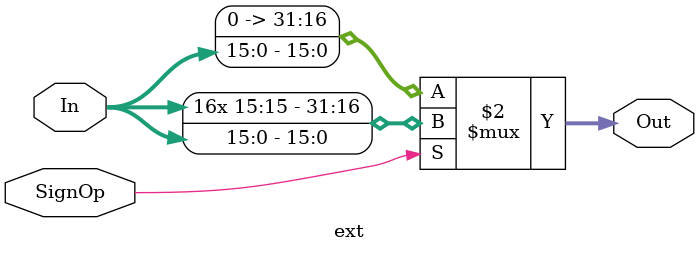
<source format=v>
`timescale 1ns / 1ps
module ext(
	 input [15:0] In,
    input SignOp,
    output [31:0] Out
    );
	 
	 assign Out = (SignOp==1'b0) ? {{16{1'b0}},In}:{{16{In[15]}},In};
	 

endmodule

</source>
